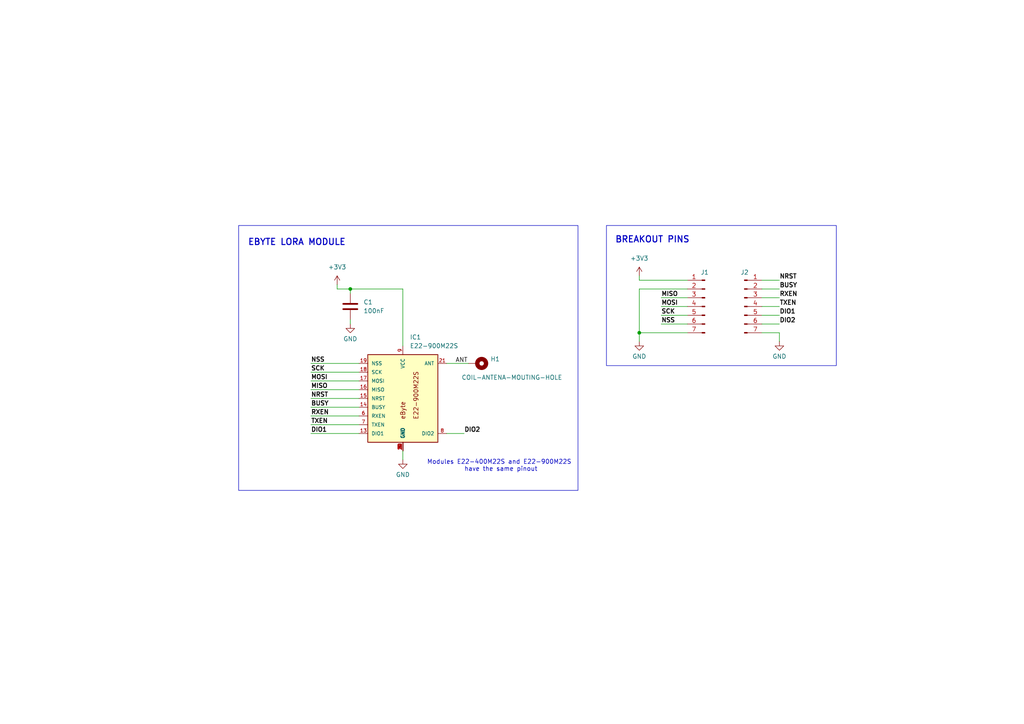
<source format=kicad_sch>
(kicad_sch (version 20231120) (generator "eeschema") (generator_version "8.0")
  (paper "A4")
  (title_block (title "eByte E22-400/900M22S Breakout Just Headers") (date "2024-04-11") (rev "1.0") (company "Libertalia Engineering") (comment 1 "eByte Breakout Boards") (comment 2 "Finished") (comment 3 "Gabriel Vega") (comment 4 "Gabriel Vega") (comment 5 "1/1"))
  (lib_symbols
    (symbol "Connector:Conn_01x07_Pin" (pin_names (offset 1.016) hide)
      (property "Reference" "J" (at 0 10.16 0))
      (property "Value" "Conn_01x07_Pin" (at 0 -10.16 0))
      (symbol "Conn_01x07_Pin_1_1"
        (polyline (pts (xy 1.27 -7.62) (xy 0.8636 -7.62)) (stroke (width 0.1524)))
        (polyline (pts (xy 1.27 -5.08) (xy 0.8636 -5.08)) (stroke (width 0.1524)))
        (polyline (pts (xy 1.27 -2.54) (xy 0.8636 -2.54)) (stroke (width 0.1524)))
        (polyline (pts (xy 1.27 0) (xy 0.8636 0)) (stroke (width 0.1524)))
        (polyline (pts (xy 1.27 2.54) (xy 0.8636 2.54)) (stroke (width 0.1524)))
        (polyline (pts (xy 1.27 5.08) (xy 0.8636 5.08)) (stroke (width 0.1524)))
        (polyline (pts (xy 1.27 7.62) (xy 0.8636 7.62)) (stroke (width 0.1524)))
        (rectangle (start 0.8636 -7.493) (end 0 -7.747) (stroke (width 0.1524)) (fill (type outline)))
        (rectangle (start 0.8636 -4.953) (end 0 -5.207) (stroke (width 0.1524)) (fill (type outline)))
        (rectangle (start 0.8636 -2.413) (end 0 -2.667) (stroke (width 0.1524)) (fill (type outline)))
        (rectangle (start 0.8636 0.127) (end 0 -0.127) (stroke (width 0.1524)) (fill (type outline)))
        (rectangle (start 0.8636 2.667) (end 0 2.413) (stroke (width 0.1524)) (fill (type outline)))
        (rectangle (start 0.8636 5.207) (end 0 4.953) (stroke (width 0.1524)) (fill (type outline)))
        (rectangle (start 0.8636 7.747) (end 0 7.493) (stroke (width 0.1524)) (fill (type outline)))
        (pin passive line (at 5.08 7.62 180) (length 3.81) (name "Pin_1") (number "1"))
        (pin passive line (at 5.08 5.08 180) (length 3.81) (name "Pin_2") (number "2"))
        (pin passive line (at 5.08 2.54 180) (length 3.81) (name "Pin_3") (number "3"))
        (pin passive line (at 5.08 0 180) (length 3.81) (name "Pin_4") (number "4"))
        (pin passive line (at 5.08 -2.54 180) (length 3.81) (name "Pin_5") (number "5"))
        (pin passive line (at 5.08 -5.08 180) (length 3.81) (name "Pin_6") (number "6"))
        (pin passive line (at 5.08 -7.62 180) (length 3.81) (name "Pin_7") (number "7"))
      )
    )
    (symbol "Device:C" (pin_numbers hide) (pin_names (offset 0.254))
      (property "Reference" "C" (at 0.635 2.54 0))
      (property "Value" "C" (at 0.635 -2.54 0))
      (symbol "C_0_1"
        (polyline (pts (xy -2.032 -0.762) (xy 2.032 -0.762)) (stroke (width 0.508)))
        (polyline (pts (xy -2.032 0.762) (xy 2.032 0.762)) (stroke (width 0.508)))
      )
      (symbol "C_1_1"
        (pin passive line (at 0 3.81 270) (length 2.794) (name "~") (number "1"))
        (pin passive line (at 0 -3.81 90) (length 2.794) (name "~") (number "2"))
      )
    )
    (symbol "E22-900M22S:E22-900M22S" (pin_names (offset 1.016))
      (property "Reference" "IC1" (at 2.0194 17.78 0))
      (property "Value" "E22-900M22S" (at 2.0194 15.24 0))
      (symbol "E22-900M22S_0_0"
        (rectangle (start -10.16 12.7) (end 10.16 -12.7) (stroke (width 0.254)) (fill (type background)))
        (text "E22-900M22S" (at 4.572 -6.096 900) (effects (font (size 1.27 1.27)) (justify left bottom)))
        (text "eByte" (at 0.762 -6.096 900) (effects (font (size 1.27 1.27)) (justify left bottom)))
        (pin power_in line (at 0 -15.24 90) (length 2.54) (name "GND") (number "1"))
        (pin power_in line (at 0 -15.24 90) (length 2.54) (name "GND") (number "10"))
        (pin power_in line (at 0 -15.24 90) (length 2.54) (name "GND") (number "11"))
        (pin power_in line (at 0 -15.24 90) (length 2.54) (name "GND") (number "12"))
        (pin bidirectional line (at -12.7 -10.16 0) (length 2.54) (name "DIO1") (number "13"))
        (pin bidirectional line (at -12.7 -2.54 0) (length 2.54) (name "BUSY") (number "14"))
        (pin bidirectional line (at -12.7 0 0) (length 2.54) (name "NRST") (number "15"))
        (pin bidirectional line (at -12.7 2.54 0) (length 2.54) (name "MISO") (number "16"))
        (pin bidirectional line (at -12.7 5.08 0) (length 2.54) (name "MOSI") (number "17"))
        (pin input line (at -12.7 7.62 0) (length 2.54) (name "SCK") (number "18"))
        (pin input line (at -12.7 10.16 0) (length 2.54) (name "NSS") (number "19"))
        (pin power_in line (at 0 -15.24 90) (length 2.54) (name "GND") (number "2"))
        (pin power_in line (at 0 -15.24 90) (length 2.54) (name "GND") (number "20"))
        (pin output line (at 12.7 10.16 180) (length 2.54) (name "ANT") (number "21"))
        (pin power_in line (at 0 -15.24 90) (length 2.54) (name "GND") (number "22"))
        (pin power_in line (at 0 -15.24 90) (length 2.54) (name "GND") (number "3"))
        (pin power_in line (at 0 -15.24 90) (length 2.54) (name "GND") (number "4"))
        (pin power_in line (at 0 -15.24 90) (length 2.54) (name "GND") (number "5"))
        (pin input line (at -12.7 -5.08 0) (length 2.54) (name "RXEN") (number "6"))
        (pin bidirectional line (at -12.7 -7.62 0) (length 2.54) (name "TXEN") (number "7"))
        (pin bidirectional line (at 12.7 -10.16 180) (length 2.54) (name "DIO2") (number "8"))
        (pin power_in line (at 0 15.24 270) (length 2.54) (name "VCC") (number "9"))
      )
    )
    (symbol "Mechanical:MountingHole_Pad_MP" (pin_numbers hide) (pin_names (offset 1.016) hide) (exclude_from_sim yes) (in_bom no)
      (property "Reference" "H" (at 0 6.35 0))
      (property "Value" "MountingHole_Pad_MP" (at 0 4.445 0))
      (symbol "MountingHole_Pad_MP_0_1"
        (circle (center 0 1.27) (radius 1.27) (stroke (width 1.27)))
      )
      (symbol "MountingHole_Pad_MP_1_1"
        (pin input line (at 0 -2.54 90) (length 2.54) (name "MP") (number "MP"))
      )
    )
    (symbol "power:+3V3" (power) (pin_numbers hide) (pin_names (offset 0) hide)
      (property "Value" "+3V3" (at 0 3.556 0))
      (symbol "+3V3_0_1"
        (polyline (pts (xy -0.762 1.27) (xy 0 2.54)))
        (polyline (pts (xy 0 0) (xy 0 2.54)))
        (polyline (pts (xy 0 2.54) (xy 0.762 1.27)))
      )
      (symbol "+3V3_1_1"
        (pin power_in line (at 0 0 90) (length 0) (name "~") (number "1"))
      )
    )
    (symbol "power:GND" (power) (pin_numbers hide) (pin_names (offset 0) hide)
      (property "Value" "GND" (at 0 -3.81 0))
      (symbol "GND_0_1"
        (polyline (pts (xy 0 0) (xy 0 -1.27) (xy 1.27 -1.27) (xy 0 -2.54) (xy -1.27 -1.27) (xy 0 -1.27)))
      )
      (symbol "GND_1_1"
        (pin power_in line (at 0 0 270) (length 0) (name "~") (number "1"))
      )
    )
  )
  (junction (at 101.6 83.82))
  (junction (at 185.42 96.52))
  (wire (pts (xy 191.77 88.9) (xy 199.39 88.9)))
  (wire (pts (xy 185.42 81.28) (xy 199.39 81.28)))
  (wire (pts (xy 97.79 82.55) (xy 97.79 83.82)))
  (wire (pts (xy 90.17 115.57) (xy 104.14 115.57)))
  (wire (pts (xy 101.6 92.71) (xy 101.6 93.98)))
  (wire (pts (xy 191.77 93.98) (xy 199.39 93.98)))
  (wire (pts (xy 90.17 120.65) (xy 104.14 120.65)))
  (wire (pts (xy 90.17 123.19) (xy 104.14 123.19)))
  (wire (pts (xy 220.98 86.36) (xy 226.06 86.36)))
  (wire (pts (xy 185.42 83.82) (xy 199.39 83.82)))
  (wire (pts (xy 220.98 93.98) (xy 226.06 93.98)))
  (wire (pts (xy 90.17 113.03) (xy 104.14 113.03)))
  (wire (pts (xy 220.98 96.52) (xy 226.06 96.52)))
  (wire (pts (xy 220.98 88.9) (xy 226.06 88.9)))
  (wire (pts (xy 191.77 91.44) (xy 199.39 91.44)))
  (wire (pts (xy 185.42 96.52) (xy 199.39 96.52)))
  (wire (pts (xy 97.79 83.82) (xy 101.6 83.82)))
  (wire (pts (xy 90.17 125.73) (xy 104.14 125.73)))
  (wire (pts (xy 129.54 105.41) (xy 135.89 105.41)))
  (wire (pts (xy 185.42 80.01) (xy 185.42 81.28)))
  (wire (pts (xy 90.17 107.95) (xy 104.14 107.95)))
  (wire (pts (xy 220.98 81.28) (xy 226.06 81.28)))
  (wire (pts (xy 191.77 86.36) (xy 199.39 86.36)))
  (wire (pts (xy 101.6 83.82) (xy 101.6 85.09)))
  (wire (pts (xy 116.84 130.81) (xy 116.84 133.35)))
  (wire (pts (xy 90.17 105.41) (xy 104.14 105.41)))
  (wire (pts (xy 116.84 83.82) (xy 116.84 100.33)))
  (wire (pts (xy 116.84 83.82) (xy 101.6 83.82)))
  (wire (pts (xy 129.54 125.73) (xy 134.62 125.73)))
  (wire (pts (xy 185.42 83.82) (xy 185.42 96.52)))
  (wire (pts (xy 220.98 91.44) (xy 226.06 91.44)))
  (wire (pts (xy 220.98 83.82) (xy 226.06 83.82)))
  (wire (pts (xy 90.17 110.49) (xy 104.14 110.49)))
  (wire (pts (xy 226.06 96.52) (xy 226.06 99.06)))
  (wire (pts (xy 185.42 96.52) (xy 185.42 99.06)))
  (wire (pts (xy 90.17 118.11) (xy 104.14 118.11)))
  (rectangle (start 69.215 65.405) (end 167.64 142.24))
  (rectangle (start 175.895 65.405) (end 242.57 106.045))
  (text "BREAKOUT PINS" (at 189.23 69.596 0) (effects (font (size 1.8 1.8) (thickness 0.3) (bold yes))))
  (text "Modules E22-400M22S and E22-900M22S \nhave the same pinout" (at 145.288 135.128 0) (effects (font (size 1.27 1.27))))
  (text "EBYTE LORA MODULE" (at 86.106 70.358 0) (effects (font (size 1.8 1.8) (thickness 0.3) (bold yes))))
  (label "DIO2" (at 134.62 125.73 0) (effects (font (bold yes))))
  (label "NRST" (at 226.06 81.28 0) (effects (font (bold yes))))
  (label "MISO" (at 191.77 86.36 0) (effects (font (bold yes))))
  (label "NSS" (at 191.77 93.98 0) (effects (font (bold yes))))
  (label "BUSY" (at 90.17 118.11 0) (effects (font (bold yes))))
  (label "MOSI" (at 191.77 88.9 0) (effects (font (bold yes))))
  (label "SCK" (at 90.17 107.95 0) (effects (font (bold yes))))
  (label "NSS" (at 90.17 105.41 0) (effects (font (bold yes))))
  (label "NRST" (at 90.17 115.57 0) (effects (font (bold yes))))
  (label "RXEN" (at 90.17 120.65 0) (effects (font (bold yes))))
  (label "MISO" (at 90.17 113.03 0) (effects (font (bold yes))))
  (label "TXEN" (at 90.17 123.19 0) (effects (font (bold yes))))
  (label "ANT" (at 132.08 105.41 0))
  (label "BUSY" (at 226.06 83.82 0) (effects (font (bold yes))))
  (label "MOSI" (at 90.17 110.49 0) (effects (font (bold yes))))
  (label "RXEN" (at 226.06 86.36 0) (effects (font (bold yes))))
  (label "DIO1" (at 226.06 91.44 0) (effects (font (bold yes))))
  (label "SCK" (at 191.77 91.44 0) (effects (font (bold yes))))
  (label "TXEN" (at 226.06 88.9 0) (effects (font (bold yes))))
  (label "DIO1" (at 90.17 125.73 0) (effects (font (bold yes))))
  (label "DIO2" (at 226.06 93.98 0) (effects (font (bold yes))))
  (symbol (lib_id "power:GND") (at 116.84 133.35 0) (unit 1)
    (property "Reference" "#PWR03" (effects (hide yes)))
    (property "Value" "GND" (at 116.84 137.668 0))
    (property "Description" "Power symbol creates a global label with name \"GND\" , ground" (effects (hide yes)))
  )
  (symbol (lib_id "power:GND") (at 185.42 99.06 0) (unit 1)
    (property "Reference" "#PWR013" (effects (hide yes)))
    (property "Value" "GND" (at 185.42 103.378 0))
    (property "Description" "Power symbol creates a global label with name \"GND\" , ground" (effects (hide yes)))
  )
  (symbol (lib_id "power:GND") (at 101.6 93.98 0) (unit 1)
    (property "Reference" "#PWR02" (effects (hide yes)))
    (property "Value" "GND" (at 101.6 98.298 0))
    (property "Description" "Power symbol creates a global label with name \"GND\" , ground" (effects (hide yes)))
  )
  (symbol (lib_id "Connector:Conn_01x07_Pin") (at 215.9 88.9 0) (unit 1)
    (property "Reference" "J2" (at 217.17 78.994 0) (effects (justify right)))
    (property "Value" "Conn_01x07_Pin" (effects (hide yes)))
    (property "Footprint" "Connector_PinHeader_2.54mm:PinHeader_1x07_P2.54mm_Vertical" (effects (hide yes)))
    (property "Description" "Generic connector, single row, 01x07, script generated" (effects (hide yes)))
  )
  (symbol (lib_id "power:+3V3") (at 97.79 82.55 0) (unit 1)
    (property "Reference" "#PWR01" (effects (hide yes)))
    (property "Value" "+3V3" (at 97.79 77.47 0))
    (property "Description" "Power symbol creates a global label with name \"+3V3\"" (effects (hide yes)))
  )
  (symbol (lib_id "power:GND") (at 226.06 99.06 0) (unit 1)
    (property "Reference" "#PWR014" (effects (hide yes)))
    (property "Value" "GND" (at 226.06 103.378 0))
    (property "Description" "Power symbol creates a global label with name \"GND\" , ground" (effects (hide yes)))
  )
  (symbol (lib_id "Device:C") (at 101.6 88.9 0) (unit 1)
    (property "Reference" "C1" (at 105.41 87.6299 0) (effects (justify left)))
    (property "Value" "100nF" (at 105.41 90.1699 0) (effects (justify left)))
    (property "Footprint" "Capacitor_SMD:C_0805_2012Metric_Pad1.18x1.45mm_HandSolder" (effects (hide yes)))
    (property "Description" "Unpolarized capacitor" (effects (hide yes)))
  )
  (symbol (lib_id "E22-900M22S:E22-900M22S") (at 116.84 115.57 0) (unit 1)
    (property "Reference" "IC1" (at 118.8594 97.79 0) (effects (justify left)))
    (property "Value" "E22-900M22S" (at 118.8594 100.33 0) (effects (justify left)))
    (property "Footprint" "E22-900M22S:E22-900M22S" (effects (hide yes)))
    (property "Datasheet" "https://www.cdebyte.com/products/E22-900M22S" (effects (hide yes)))
    (property "Description" "Ebyte TCXO 22dBm 6500m SX1262 900Mhz New LoRa Module SMD Wireless Transceiver Module" (effects (hide yes)))
    (property "MF" "EBYTE" (effects (hide yes)))
    (property "Description_1" "\nSX1262 868/915MHz SPI SMD LoRa Module\n" (effects (hide yes)))
    (property "Package" "Package" (effects (hide yes)))
    (property "Price" "None" (effects (hide yes)))
    (property "SnapEDA_Link" "https://www.snapeda.com/parts/E22-900M22S/EBYTE/view-part/?ref=snap" (effects (hide yes)))
    (property "MP" "E22-900M22S" (effects (hide yes)))
    (property "Availability" "Not in stock" (effects (hide yes)))
    (property "Check_prices" "https://www.snapeda.com/parts/E22-900M22S/EBYTE/view-part/?ref=eda" (effects (hide yes)))
  )
  (symbol (lib_id "Connector:Conn_01x07_Pin") (at 204.47 88.9 0) (mirror y) (unit 1)
    (property "Reference" "J1" (at 203.2 78.994 0) (effects (justify right)))
    (property "Value" "Conn_01x07_Pin" (effects (hide yes)))
    (property "Footprint" "Connector_PinHeader_2.54mm:PinHeader_1x07_P2.54mm_Vertical" (effects (hide yes)))
    (property "Description" "Generic connector, single row, 01x07, script generated" (effects (hide yes)))
  )
  (symbol (lib_id "Mechanical:MountingHole_Pad_MP") (at 138.43 105.41 270) (unit 1) (exclude_from_sim yes) (in_bom no)
    (property "Reference" "H1" (at 142.24 104.1399 90) (effects (justify left)))
    (property "Value" "COIL-ANTENA-MOUTING-HOLE" (at 133.858 109.474 90) (effects (justify left)))
    (property "Footprint" "MountingHole:MountingHole_2.2mm_M2_DIN965_Pad" (effects (hide yes)))
    (property "Description" "Mounting Hole with connection as pad named MP" (effects (hide yes)))
  )
  (symbol (lib_id "power:+3V3") (at 185.42 80.01 0) (unit 1)
    (property "Reference" "#PWR04" (effects (hide yes)))
    (property "Value" "+3V3" (at 185.42 74.93 0))
    (property "Description" "Power symbol creates a global label with name \"+3V3\"" (effects (hide yes)))
  )
)
</source>
